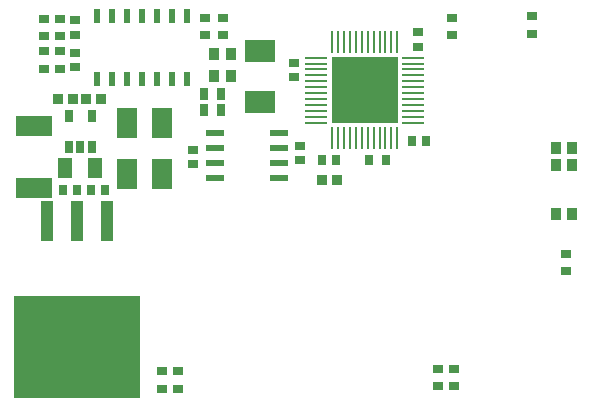
<source format=gbp>
G04*
G04 #@! TF.GenerationSoftware,Altium Limited,Altium Designer,21.1.1 (26)*
G04*
G04 Layer_Color=128*
%FSLAX25Y25*%
%MOIN*%
G70*
G04*
G04 #@! TF.SameCoordinates,D6B6CD0C-24BE-41C4-A853-45D6888EAD6D*
G04*
G04*
G04 #@! TF.FilePolarity,Positive*
G04*
G01*
G75*
%ADD71O,0.00984X0.07874*%
%ADD72O,0.07874X0.00984*%
%ADD73R,0.22047X0.22047*%
%ADD74R,0.03543X0.02559*%
%ADD75R,0.03543X0.04134*%
%ADD76R,0.03150X0.03937*%
%ADD77R,0.10236X0.07480*%
%ADD78R,0.03543X0.02953*%
%ADD79R,0.06102X0.02362*%
%ADD80R,0.02284X0.04646*%
%ADD81R,0.03740X0.04134*%
%ADD82R,0.02953X0.03543*%
%ADD83R,0.02559X0.03543*%
%ADD84R,0.03174X0.03379*%
%ADD85R,0.06890X0.10433*%
%ADD86R,0.12402X0.07008*%
%ADD87R,0.02598X0.03937*%
%ADD88R,0.42126X0.33858*%
%ADD89R,0.03937X0.13386*%
%ADD90R,0.04545X0.06717*%
D71*
X307504Y338453D02*
D03*
X309472D02*
D03*
X311441D02*
D03*
X313409D02*
D03*
X315378D02*
D03*
X317347D02*
D03*
X319315D02*
D03*
X321284D02*
D03*
X323252D02*
D03*
X325220D02*
D03*
X327189D02*
D03*
X329157D02*
D03*
Y306209D02*
D03*
X327189D02*
D03*
X325220D02*
D03*
X323252D02*
D03*
X321284D02*
D03*
X319315D02*
D03*
X317347D02*
D03*
X315378D02*
D03*
X313409D02*
D03*
X311441D02*
D03*
X309472D02*
D03*
X307504D02*
D03*
D72*
X334453Y333157D02*
D03*
Y331189D02*
D03*
Y329221D02*
D03*
Y327252D02*
D03*
Y325284D02*
D03*
Y323315D02*
D03*
Y321346D02*
D03*
Y319378D02*
D03*
Y317409D02*
D03*
Y315441D02*
D03*
Y313472D02*
D03*
Y311504D02*
D03*
X302209D02*
D03*
Y313472D02*
D03*
Y315441D02*
D03*
Y317409D02*
D03*
Y319378D02*
D03*
Y321346D02*
D03*
Y323315D02*
D03*
Y325284D02*
D03*
Y327252D02*
D03*
Y329221D02*
D03*
Y331189D02*
D03*
Y333157D02*
D03*
D73*
X318331Y322331D02*
D03*
D74*
X374001Y341047D02*
D03*
Y346953D02*
D03*
X347299Y340547D02*
D03*
Y346453D02*
D03*
X385299Y261947D02*
D03*
Y267853D02*
D03*
X255999Y228753D02*
D03*
Y222847D02*
D03*
X271001Y340547D02*
D03*
Y346453D02*
D03*
X265001Y340547D02*
D03*
Y346453D02*
D03*
X342599Y223547D02*
D03*
Y229453D02*
D03*
X348099Y223547D02*
D03*
Y229453D02*
D03*
X250599Y228753D02*
D03*
Y222847D02*
D03*
X211290Y346179D02*
D03*
Y340274D02*
D03*
X211288Y329298D02*
D03*
Y335203D02*
D03*
X216887D02*
D03*
Y329298D02*
D03*
X216886Y340274D02*
D03*
Y346179D02*
D03*
D75*
X387315Y303100D02*
D03*
X382000D02*
D03*
X387315Y297400D02*
D03*
X382000D02*
D03*
X387457Y281100D02*
D03*
X382142D02*
D03*
D76*
X270553Y315600D02*
D03*
X264647D02*
D03*
Y321100D02*
D03*
X270553D02*
D03*
D77*
X283300Y335365D02*
D03*
Y318435D02*
D03*
D78*
X261100Y302462D02*
D03*
Y297738D02*
D03*
X336100Y336838D02*
D03*
Y341562D02*
D03*
X296900Y303862D02*
D03*
Y299138D02*
D03*
X221796Y345589D02*
D03*
Y340864D02*
D03*
X221784Y329889D02*
D03*
Y334613D02*
D03*
X294700Y331462D02*
D03*
Y326738D02*
D03*
D79*
X268470Y308000D02*
D03*
X289730Y303000D02*
D03*
X268470Y293000D02*
D03*
X289730Y308000D02*
D03*
Y298000D02*
D03*
Y293000D02*
D03*
X268470Y298000D02*
D03*
Y303000D02*
D03*
D80*
X229000Y346972D02*
D03*
X234000D02*
D03*
X239000D02*
D03*
X244000D02*
D03*
X249000D02*
D03*
X254000D02*
D03*
X259000D02*
D03*
Y326028D02*
D03*
X254000D02*
D03*
X249000D02*
D03*
X244000D02*
D03*
X239000D02*
D03*
X234000D02*
D03*
X229000D02*
D03*
D81*
X267946Y334500D02*
D03*
X273654D02*
D03*
X267946Y326900D02*
D03*
X273654D02*
D03*
D82*
X304138Y299200D02*
D03*
X308862D02*
D03*
X334138Y305500D02*
D03*
X338862D02*
D03*
X227138Y288900D02*
D03*
X231862D02*
D03*
X222362D02*
D03*
X217638D02*
D03*
D83*
X319647Y299101D02*
D03*
X325553D02*
D03*
D84*
X304035Y292400D02*
D03*
X308965D02*
D03*
X220965Y319500D02*
D03*
X216035D02*
D03*
X225535D02*
D03*
X230465D02*
D03*
D85*
X250800Y311465D02*
D03*
Y294535D02*
D03*
X239000Y311429D02*
D03*
Y294500D02*
D03*
D86*
X208000Y289705D02*
D03*
Y310295D02*
D03*
D87*
X227240Y313618D02*
D03*
X219760D02*
D03*
Y303382D02*
D03*
X223500D02*
D03*
X227240D02*
D03*
D88*
X222500Y236868D02*
D03*
D89*
Y278600D02*
D03*
X212500D02*
D03*
X232500D02*
D03*
D90*
X218477Y296500D02*
D03*
X228523D02*
D03*
M02*

</source>
